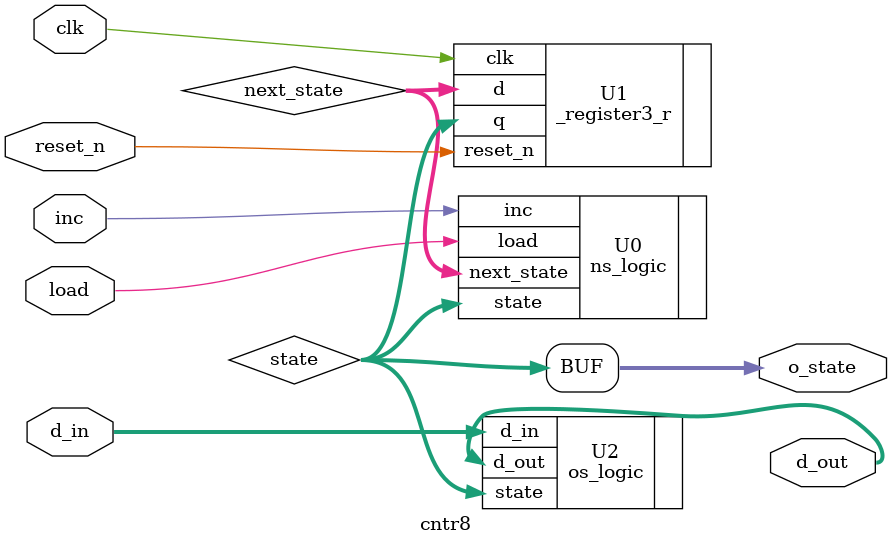
<source format=v>
module cntr8(clk, reset_n, inc, load, d_in, d_out, o_state);
	input clk, reset_n, inc, load;
	input [7:0] d_in;
	output [7:0] d_out;
	output [2:0] o_state;
	
	wire [2:0] next_state;
	wire [2:0] state;	
	
	assign o_state = state;
	
	ns_logic U0(.load(load), .inc(inc), .state(state), .next_state(next_state));
	_register3_r U1(.clk(clk), .reset_n(reset_n), .d(next_state), .q(state));
	os_logic U2(.state(state), .d_in(d_in), .d_out(d_out));
	
endmodule
</source>
